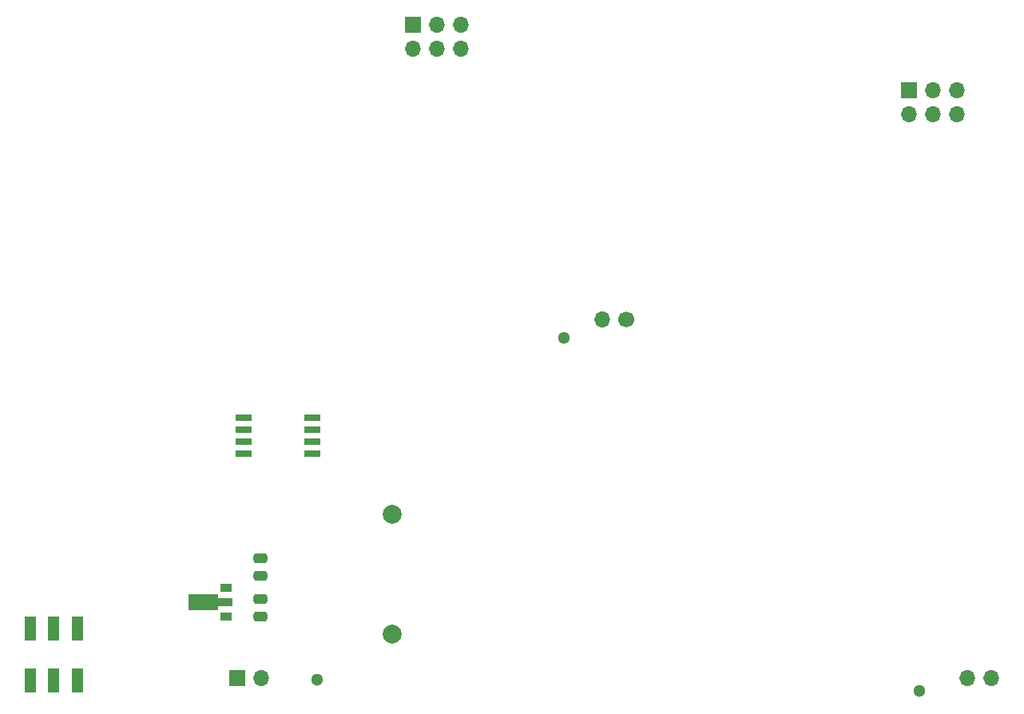
<source format=gbs>
%TF.GenerationSoftware,KiCad,Pcbnew,(6.0.4-0)*%
%TF.CreationDate,2022-05-11T16:52:42-04:00*%
%TF.ProjectId,BaseBadge,42617365-4261-4646-9765-2e6b69636164,v02*%
%TF.SameCoordinates,Original*%
%TF.FileFunction,Soldermask,Bot*%
%TF.FilePolarity,Negative*%
%FSLAX46Y46*%
G04 Gerber Fmt 4.6, Leading zero omitted, Abs format (unit mm)*
G04 Created by KiCad (PCBNEW (6.0.4-0)) date 2022-05-11 16:52:42*
%MOMM*%
%LPD*%
G01*
G04 APERTURE LIST*
G04 Aperture macros list*
%AMRoundRect*
0 Rectangle with rounded corners*
0 $1 Rounding radius*
0 $2 $3 $4 $5 $6 $7 $8 $9 X,Y pos of 4 corners*
0 Add a 4 corners polygon primitive as box body*
4,1,4,$2,$3,$4,$5,$6,$7,$8,$9,$2,$3,0*
0 Add four circle primitives for the rounded corners*
1,1,$1+$1,$2,$3*
1,1,$1+$1,$4,$5*
1,1,$1+$1,$6,$7*
1,1,$1+$1,$8,$9*
0 Add four rect primitives between the rounded corners*
20,1,$1+$1,$2,$3,$4,$5,0*
20,1,$1+$1,$4,$5,$6,$7,0*
20,1,$1+$1,$6,$7,$8,$9,0*
20,1,$1+$1,$8,$9,$2,$3,0*%
%AMFreePoly0*
4,1,9,3.862500,-0.866500,0.737500,-0.866500,0.737500,-0.450000,-0.737500,-0.450000,-0.737500,0.450000,0.737500,0.450000,0.737500,0.866500,3.862500,0.866500,3.862500,-0.866500,3.862500,-0.866500,$1*%
G04 Aperture macros list end*
%ADD10R,1.700000X1.700000*%
%ADD11O,1.700000X1.700000*%
%ADD12C,1.700000*%
%ADD13C,1.300000*%
%ADD14C,2.000000*%
%ADD15R,1.200000X2.500000*%
%ADD16RoundRect,0.250000X0.475000X-0.250000X0.475000X0.250000X-0.475000X0.250000X-0.475000X-0.250000X0*%
%ADD17R,1.700000X0.650000*%
%ADD18RoundRect,0.250000X-0.475000X0.250000X-0.475000X-0.250000X0.475000X-0.250000X0.475000X0.250000X0*%
%ADD19R,1.300000X0.900000*%
%ADD20FreePoly0,180.000000*%
G04 APERTURE END LIST*
D10*
%TO.C,J1*%
X107394767Y-124723348D03*
D11*
X109934767Y-124723348D03*
X146124767Y-86723348D03*
D12*
X148664767Y-86723348D03*
D11*
X184854767Y-124723348D03*
X187394767Y-124723348D03*
%TD*%
D13*
%TO.C,REF\u002A\u002A*%
X115919118Y-124912736D03*
%TD*%
%TO.C,*%
X179703205Y-126088843D03*
%TD*%
D10*
%TO.C,J2*%
X126031280Y-55453952D03*
D11*
X126031280Y-57993952D03*
X128571280Y-55453952D03*
X128571280Y-57993952D03*
X131111280Y-55453952D03*
X131111280Y-57993952D03*
%TD*%
D10*
%TO.C,J3*%
X178614007Y-62427788D03*
D11*
X178614007Y-64967788D03*
X181154007Y-62427788D03*
X181154007Y-64967788D03*
X183694007Y-62427788D03*
X183694007Y-64967788D03*
%TD*%
D13*
%TO.C,*%
X142081626Y-88634598D03*
%TD*%
D14*
%TO.C,BT1*%
X123832477Y-120091133D03*
X123832477Y-107391133D03*
%TD*%
D15*
%TO.C,SW1*%
X85470520Y-124963928D03*
X85470520Y-119463928D03*
X87970520Y-124963928D03*
X87970520Y-119463928D03*
X90470520Y-119463928D03*
X90470520Y-124963928D03*
%TD*%
D16*
%TO.C,C1*%
X109929044Y-113895605D03*
X109929044Y-111995605D03*
%TD*%
D17*
%TO.C,U1*%
X115410000Y-97155000D03*
X115410000Y-98425000D03*
X115410000Y-99695000D03*
X115410000Y-100965000D03*
X108110000Y-100965000D03*
X108110000Y-99695000D03*
X108110000Y-98425000D03*
X108110000Y-97155000D03*
%TD*%
D18*
%TO.C,C2*%
X109850261Y-116343743D03*
X109850261Y-118243743D03*
%TD*%
D19*
%TO.C,VR1*%
X106212521Y-115204189D03*
D20*
X106125021Y-116704189D03*
D19*
X106212521Y-118204189D03*
%TD*%
M02*

</source>
